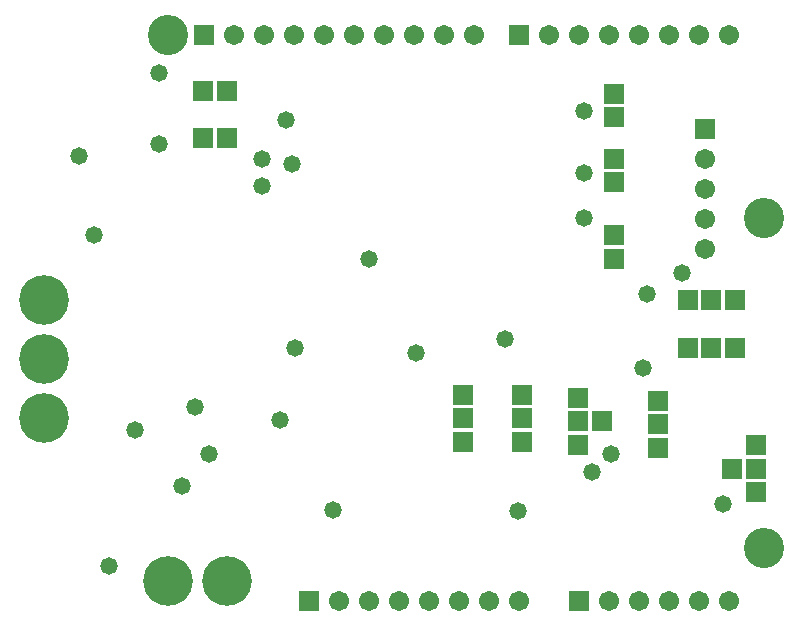
<source format=gbs>
G04*
G04 #@! TF.GenerationSoftware,Altium Limited,Altium Designer,18.0.7 (293)*
G04*
G04 Layer_Color=16711935*
%FSLAX25Y25*%
%MOIN*%
G70*
G01*
G75*
%ADD29C,0.16548*%
%ADD30R,0.06706X0.06706*%
%ADD31C,0.06706*%
%ADD32R,0.06706X0.06706*%
%ADD33C,0.13398*%
%ADD34C,0.05800*%
%ADD52R,0.06800X0.06800*%
%ADD53R,0.06800X0.06800*%
D29*
X78740Y16732D02*
D03*
X59055D02*
D03*
X17717Y70866D02*
D03*
Y90551D02*
D03*
Y110236D02*
D03*
D30*
X106142Y10000D02*
D03*
X196063D02*
D03*
X71063Y198819D02*
D03*
X176063D02*
D03*
D31*
X116142Y10000D02*
D03*
X126142D02*
D03*
X136142D02*
D03*
X146142D02*
D03*
X156142D02*
D03*
X166142D02*
D03*
X176142D02*
D03*
X238189Y127480D02*
D03*
Y137480D02*
D03*
Y147480D02*
D03*
Y157480D02*
D03*
X206063Y10000D02*
D03*
X216063D02*
D03*
X226063D02*
D03*
X236063D02*
D03*
X246063D02*
D03*
X91063Y198819D02*
D03*
X161063D02*
D03*
X151063D02*
D03*
X141063D02*
D03*
X131063D02*
D03*
X121063D02*
D03*
X111063D02*
D03*
X101063D02*
D03*
X81063D02*
D03*
X186063D02*
D03*
X196063D02*
D03*
X206063D02*
D03*
X216063D02*
D03*
X226063D02*
D03*
X236063D02*
D03*
X246063D02*
D03*
D32*
X238189Y167480D02*
D03*
D33*
X257874Y27559D02*
D03*
Y137795D02*
D03*
X59055Y198819D02*
D03*
D34*
X29528Y158465D02*
D03*
X98425Y170276D02*
D03*
X100394Y155512D02*
D03*
X90551Y157480D02*
D03*
X34449Y131890D02*
D03*
X63833Y48372D02*
D03*
X56102Y186024D02*
D03*
Y162402D02*
D03*
X206875Y59055D02*
D03*
X200373Y53150D02*
D03*
X244094Y42323D02*
D03*
X230315Y119379D02*
D03*
X171260Y97441D02*
D03*
X218789Y112490D02*
D03*
X217520Y87598D02*
D03*
X197835Y137795D02*
D03*
X39370Y21654D02*
D03*
X197835Y152559D02*
D03*
Y173228D02*
D03*
X175681Y39870D02*
D03*
X125984Y124016D02*
D03*
X141732Y92520D02*
D03*
X114173Y40354D02*
D03*
X96274Y70450D02*
D03*
X67913Y74803D02*
D03*
X48228Y66929D02*
D03*
X101378Y94488D02*
D03*
X72835Y59055D02*
D03*
X90236Y148307D02*
D03*
D52*
X248031Y94488D02*
D03*
X240158D02*
D03*
X232283D02*
D03*
X248031Y110236D02*
D03*
X240158D02*
D03*
X232283D02*
D03*
X70866Y180118D02*
D03*
X78740D02*
D03*
X70866Y164370D02*
D03*
X78740D02*
D03*
D53*
X177165Y78740D02*
D03*
Y70866D02*
D03*
Y62992D02*
D03*
X222441Y76772D02*
D03*
Y68898D02*
D03*
Y61024D02*
D03*
X157480Y78740D02*
D03*
Y70866D02*
D03*
Y62992D02*
D03*
X195866Y77756D02*
D03*
Y69882D02*
D03*
Y62008D02*
D03*
X203740Y69882D02*
D03*
X254921Y46260D02*
D03*
Y54134D02*
D03*
Y62008D02*
D03*
X247047Y54134D02*
D03*
X207677Y124016D02*
D03*
Y131890D02*
D03*
X207677Y149606D02*
D03*
Y157480D02*
D03*
Y171260D02*
D03*
Y179134D02*
D03*
M02*

</source>
